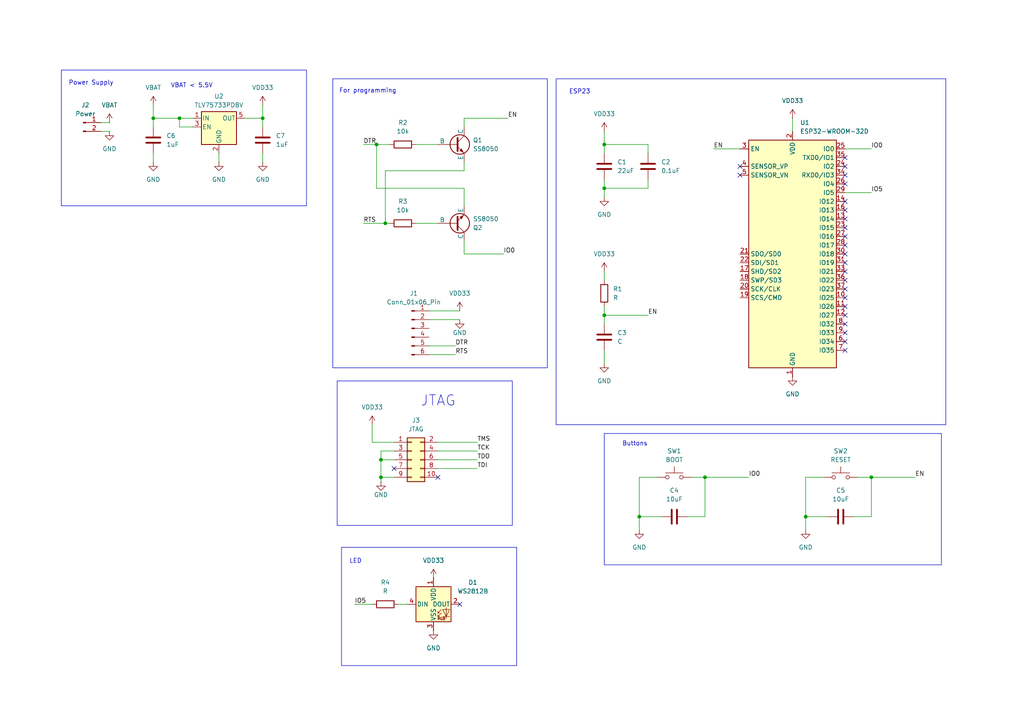
<source format=kicad_sch>
(kicad_sch (version 20231120) (generator "eeschema") (generator_version "8.0")
  (paper "A4")
  (lib_symbols
    (symbol "Connector:Conn_01x02_Pin" (pin_names (offset 1.016) hide)
      (property "Reference" "J" (at 0 2.54 0))
      (property "Value" "Conn_01x02_Pin" (at 0 -5.08 0))
      (symbol "Conn_01x02_Pin_1_1"
        (polyline (pts (xy 1.27 -2.54) (xy 0.8636 -2.54)) (stroke (width 0.1524)))
        (polyline (pts (xy 1.27 0) (xy 0.8636 0)) (stroke (width 0.1524)))
        (rectangle (start 0.8636 -2.413) (end 0 -2.667) (stroke (width 0.1524)) (fill (type outline)))
        (rectangle (start 0.8636 0.127) (end 0 -0.127) (stroke (width 0.1524)) (fill (type outline)))
        (pin passive line (at 5.08 0 180) (length 3.81) (name "Pin_1") (number "1"))
        (pin passive line (at 5.08 -2.54 180) (length 3.81) (name "Pin_2") (number "2"))
      )
    )
    (symbol "Connector:Conn_01x06_Pin" (pin_names (offset 1.016) hide)
      (property "Reference" "J" (at 0 7.62 0))
      (property "Value" "Conn_01x06_Pin" (at 0 -10.16 0))
      (symbol "Conn_01x06_Pin_1_1"
        (polyline (pts (xy 1.27 -7.62) (xy 0.8636 -7.62)) (stroke (width 0.1524)))
        (polyline (pts (xy 1.27 -5.08) (xy 0.8636 -5.08)) (stroke (width 0.1524)))
        (polyline (pts (xy 1.27 -2.54) (xy 0.8636 -2.54)) (stroke (width 0.1524)))
        (polyline (pts (xy 1.27 0) (xy 0.8636 0)) (stroke (width 0.1524)))
        (polyline (pts (xy 1.27 2.54) (xy 0.8636 2.54)) (stroke (width 0.1524)))
        (polyline (pts (xy 1.27 5.08) (xy 0.8636 5.08)) (stroke (width 0.1524)))
        (rectangle (start 0.8636 -7.493) (end 0 -7.747) (stroke (width 0.1524)) (fill (type outline)))
        (rectangle (start 0.8636 -4.953) (end 0 -5.207) (stroke (width 0.1524)) (fill (type outline)))
        (rectangle (start 0.8636 -2.413) (end 0 -2.667) (stroke (width 0.1524)) (fill (type outline)))
        (rectangle (start 0.8636 0.127) (end 0 -0.127) (stroke (width 0.1524)) (fill (type outline)))
        (rectangle (start 0.8636 2.667) (end 0 2.413) (stroke (width 0.1524)) (fill (type outline)))
        (rectangle (start 0.8636 5.207) (end 0 4.953) (stroke (width 0.1524)) (fill (type outline)))
        (pin passive line (at 5.08 5.08 180) (length 3.81) (name "Pin_1") (number "1"))
        (pin passive line (at 5.08 2.54 180) (length 3.81) (name "Pin_2") (number "2"))
        (pin passive line (at 5.08 0 180) (length 3.81) (name "Pin_3") (number "3"))
        (pin passive line (at 5.08 -2.54 180) (length 3.81) (name "Pin_4") (number "4"))
        (pin passive line (at 5.08 -5.08 180) (length 3.81) (name "Pin_5") (number "5"))
        (pin passive line (at 5.08 -7.62 180) (length 3.81) (name "Pin_6") (number "6"))
      )
    )
    (symbol "Connector_Generic:Conn_02x05_Odd_Even" (pin_names (offset 1.016) hide)
      (property "Reference" "J" (at 1.27 7.62 0))
      (property "Value" "Conn_02x05_Odd_Even" (at 1.27 -7.62 0))
      (symbol "Conn_02x05_Odd_Even_1_1"
        (rectangle (start -1.27 -4.953) (end 0 -5.207) (stroke (width 0.1524)))
        (rectangle (start -1.27 -2.413) (end 0 -2.667) (stroke (width 0.1524)))
        (rectangle (start -1.27 0.127) (end 0 -0.127) (stroke (width 0.1524)))
        (rectangle (start -1.27 2.667) (end 0 2.413) (stroke (width 0.1524)))
        (rectangle (start -1.27 5.207) (end 0 4.953) (stroke (width 0.1524)))
        (rectangle (start -1.27 6.35) (end 3.81 -6.35) (stroke (width 0.254)) (fill (type background)))
        (rectangle (start 3.81 -4.953) (end 2.54 -5.207) (stroke (width 0.1524)))
        (rectangle (start 3.81 -2.413) (end 2.54 -2.667) (stroke (width 0.1524)))
        (rectangle (start 3.81 0.127) (end 2.54 -0.127) (stroke (width 0.1524)))
        (rectangle (start 3.81 2.667) (end 2.54 2.413) (stroke (width 0.1524)))
        (rectangle (start 3.81 5.207) (end 2.54 4.953) (stroke (width 0.1524)))
        (pin passive line (at -5.08 5.08 0) (length 3.81) (name "Pin_1") (number "1"))
        (pin passive line (at 7.62 -5.08 180) (length 3.81) (name "Pin_10") (number "10"))
        (pin passive line (at 7.62 5.08 180) (length 3.81) (name "Pin_2") (number "2"))
        (pin passive line (at -5.08 2.54 0) (length 3.81) (name "Pin_3") (number "3"))
        (pin passive line (at 7.62 2.54 180) (length 3.81) (name "Pin_4") (number "4"))
        (pin passive line (at -5.08 0 0) (length 3.81) (name "Pin_5") (number "5"))
        (pin passive line (at 7.62 0 180) (length 3.81) (name "Pin_6") (number "6"))
        (pin passive line (at -5.08 -2.54 0) (length 3.81) (name "Pin_7") (number "7"))
        (pin passive line (at 7.62 -2.54 180) (length 3.81) (name "Pin_8") (number "8"))
        (pin passive line (at -5.08 -5.08 0) (length 3.81) (name "Pin_9") (number "9"))
      )
    )
    (symbol "Device:C" (pin_numbers hide) (pin_names (offset 0.254))
      (property "Reference" "C" (at 0.635 2.54 0))
      (property "Value" "C" (at 0.635 -2.54 0))
      (symbol "C_0_1"
        (polyline (pts (xy -2.032 -0.762) (xy 2.032 -0.762)) (stroke (width 0.508)))
        (polyline (pts (xy -2.032 0.762) (xy 2.032 0.762)) (stroke (width 0.508)))
      )
      (symbol "C_1_1"
        (pin passive line (at 0 3.81 270) (length 2.794) (name "~") (number "1"))
        (pin passive line (at 0 -3.81 90) (length 2.794) (name "~") (number "2"))
      )
    )
    (symbol "Device:R" (pin_numbers hide) (pin_names (offset 0))
      (property "Reference" "R" (at 2.032 0 90))
      (property "Value" "R" (at 0 0 90))
      (symbol "R_0_1"
        (rectangle (start -1.016 -2.54) (end 1.016 2.54) (stroke (width 0.254)))
      )
      (symbol "R_1_1"
        (pin passive line (at 0 3.81 270) (length 1.27) (name "~") (number "1"))
        (pin passive line (at 0 -3.81 90) (length 1.27) (name "~") (number "2"))
      )
    )
    (symbol "LED:WS2812B" (pin_names (offset 0.254))
      (property "Reference" "D" (at 5.08 5.715 0))
      (property "Value" "WS2812B" (at 1.27 -5.715 0))
      (symbol "WS2812B_0_0"
        (text "RGB" (at 2.286 -4.191 0) (effects (font (size 0.762 0.762))))
      )
      (symbol "WS2812B_0_1"
        (polyline (pts (xy 1.27 -3.556) (xy 1.778 -3.556)))
        (polyline (pts (xy 1.27 -2.54) (xy 1.778 -2.54)))
        (polyline (pts (xy 4.699 -3.556) (xy 2.667 -3.556)))
        (polyline (pts (xy 2.286 -2.54) (xy 1.27 -3.556) (xy 1.27 -3.048)))
        (polyline (pts (xy 2.286 -1.524) (xy 1.27 -2.54) (xy 1.27 -2.032)))
        (polyline (pts (xy 3.683 -1.016) (xy 3.683 -3.556) (xy 3.683 -4.064)))
        (polyline (pts (xy 4.699 -1.524) (xy 2.667 -1.524) (xy 3.683 -3.556) (xy 4.699 -1.524)))
        (rectangle (start 5.08 5.08) (end -5.08 -5.08) (stroke (width 0.254)) (fill (type background)))
      )
      (symbol "WS2812B_1_1"
        (pin power_in line (at 0 7.62 270) (length 2.54) (name "VDD") (number "1"))
        (pin output line (at 7.62 0 180) (length 2.54) (name "DOUT") (number "2"))
        (pin power_in line (at 0 -7.62 90) (length 2.54) (name "VSS") (number "3"))
        (pin input line (at -7.62 0 0) (length 2.54) (name "DIN") (number "4"))
      )
    )
    (symbol "RF_Module:ESP32-WROOM-32D"
      (property "Reference" "U" (at -12.7 34.29 0))
      (property "Value" "ESP32-WROOM-32D" (at 1.27 34.29 0))
      (symbol "ESP32-WROOM-32D_0_1"
        (rectangle (start -12.7 33.02) (end 12.7 -33.02) (stroke (width 0.254)) (fill (type background)))
      )
      (symbol "ESP32-WROOM-32D_1_1"
        (pin power_in line (at 0 -35.56 90) (length 2.54) (name "GND") (number "1"))
        (pin bidirectional line (at 15.24 -12.7 180) (length 2.54) (name "IO25") (number "10"))
        (pin bidirectional line (at 15.24 -15.24 180) (length 2.54) (name "IO26") (number "11"))
        (pin bidirectional line (at 15.24 -17.78 180) (length 2.54) (name "IO27") (number "12"))
        (pin bidirectional line (at 15.24 10.16 180) (length 2.54) (name "IO14") (number "13"))
        (pin bidirectional line (at 15.24 15.24 180) (length 2.54) (name "IO12") (number "14"))
        (pin passive line (at 0 -35.56 90) (length 2.54) hide (name "GND") (number "15"))
        (pin bidirectional line (at 15.24 12.7 180) (length 2.54) (name "IO13") (number "16"))
        (pin bidirectional line (at -15.24 -5.08 0) (length 2.54) (name "SHD/SD2") (number "17"))
        (pin bidirectional line (at -15.24 -7.62 0) (length 2.54) (name "SWP/SD3") (number "18"))
        (pin bidirectional line (at -15.24 -12.7 0) (length 2.54) (name "SCS/CMD") (number "19"))
        (pin power_in line (at 0 35.56 270) (length 2.54) (name "VDD") (number "2"))
        (pin bidirectional line (at -15.24 -10.16 0) (length 2.54) (name "SCK/CLK") (number "20"))
        (pin bidirectional line (at -15.24 0 0) (length 2.54) (name "SDO/SD0") (number "21"))
        (pin bidirectional line (at -15.24 -2.54 0) (length 2.54) (name "SDI/SD1") (number "22"))
        (pin bidirectional line (at 15.24 7.62 180) (length 2.54) (name "IO15") (number "23"))
        (pin bidirectional line (at 15.24 25.4 180) (length 2.54) (name "IO2") (number "24"))
        (pin bidirectional line (at 15.24 30.48 180) (length 2.54) (name "IO0") (number "25"))
        (pin bidirectional line (at 15.24 20.32 180) (length 2.54) (name "IO4") (number "26"))
        (pin bidirectional line (at 15.24 5.08 180) (length 2.54) (name "IO16") (number "27"))
        (pin bidirectional line (at 15.24 2.54 180) (length 2.54) (name "IO17") (number "28"))
        (pin bidirectional line (at 15.24 17.78 180) (length 2.54) (name "IO5") (number "29"))
        (pin input line (at -15.24 30.48 0) (length 2.54) (name "EN") (number "3"))
        (pin bidirectional line (at 15.24 0 180) (length 2.54) (name "IO18") (number "30"))
        (pin bidirectional line (at 15.24 -2.54 180) (length 2.54) (name "IO19") (number "31"))
        (pin no_connect line (at -12.7 -27.94 0) (length 2.54) hide (name "NC") (number "32"))
        (pin bidirectional line (at 15.24 -5.08 180) (length 2.54) (name "IO21") (number "33"))
        (pin bidirectional line (at 15.24 22.86 180) (length 2.54) (name "RXD0/IO3") (number "34"))
        (pin bidirectional line (at 15.24 27.94 180) (length 2.54) (name "TXD0/IO1") (number "35"))
        (pin bidirectional line (at 15.24 -7.62 180) (length 2.54) (name "IO22") (number "36"))
        (pin bidirectional line (at 15.24 -10.16 180) (length 2.54) (name "IO23") (number "37"))
        (pin passive line (at 0 -35.56 90) (length 2.54) hide (name "GND") (number "38"))
        (pin passive line (at 0 -35.56 90) (length 2.54) hide (name "GND") (number "39"))
        (pin input line (at -15.24 25.4 0) (length 2.54) (name "SENSOR_VP") (number "4"))
        (pin input line (at -15.24 22.86 0) (length 2.54) (name "SENSOR_VN") (number "5"))
        (pin input line (at 15.24 -25.4 180) (length 2.54) (name "IO34") (number "6"))
        (pin input line (at 15.24 -27.94 180) (length 2.54) (name "IO35") (number "7"))
        (pin bidirectional line (at 15.24 -20.32 180) (length 2.54) (name "IO32") (number "8"))
        (pin bidirectional line (at 15.24 -22.86 180) (length 2.54) (name "IO33") (number "9"))
      )
    )
    (symbol "Regulator_Linear:TLV75733PDBV" (pin_names (offset 0.254))
      (property "Reference" "U" (at -3.81 5.715 0))
      (property "Value" "TLV75733PDBV" (at 0 5.715 0))
      (symbol "TLV75733PDBV_0_1"
        (rectangle (start -5.08 4.445) (end 5.08 -5.08) (stroke (width 0.254)) (fill (type background)))
      )
      (symbol "TLV75733PDBV_1_1"
        (pin power_in line (at -7.62 2.54 0) (length 2.54) (name "IN") (number "1"))
        (pin power_in line (at 0 -7.62 90) (length 2.54) (name "GND") (number "2"))
        (pin input line (at -7.62 0 0) (length 2.54) (name "EN") (number "3"))
        (pin no_connect line (at 5.08 0 180) (length 2.54) hide (name "NC") (number "4"))
        (pin power_out line (at 7.62 2.54 180) (length 2.54) (name "OUT") (number "5"))
      )
    )
    (symbol "Simulation_SPICE:NPN" (pin_numbers hide) (pin_names (offset 0))
      (property "Reference" "Q" (at -2.54 7.62 0))
      (property "Value" "NPN" (at -2.54 5.08 0))
      (symbol "NPN_0_1"
        (polyline (pts (xy -2.54 0) (xy 0.635 0)) (stroke (width 0.1524)))
        (polyline (pts (xy 0.635 0.635) (xy 2.54 2.54)))
        (polyline (pts (xy 2.794 -1.27) (xy 2.794 -1.27)) (stroke (width 0.1524)))
        (polyline (pts (xy 2.794 -1.27) (xy 2.794 -1.27)) (stroke (width 0.1524)))
        (polyline (pts (xy 0.635 -0.635) (xy 2.54 -2.54) (xy 2.54 -2.54)))
        (polyline (pts (xy 0.635 1.905) (xy 0.635 -1.905) (xy 0.635 -1.905)) (stroke (width 0.508)))
        (polyline (pts (xy 1.27 -1.778) (xy 1.778 -1.27) (xy 2.286 -2.286) (xy 1.27 -1.778) (xy 1.27 -1.778)) (fill (type outline)))
        (circle (center 1.27 0) (radius 2.8194) (stroke (width 0.254)))
      )
      (symbol "NPN_1_1"
        (pin open_collector line (at 2.54 5.08 270) (length 2.54) (name "C") (number "1"))
        (pin input line (at -5.08 0 0) (length 2.54) (name "B") (number "2"))
        (pin open_emitter line (at 2.54 -5.08 90) (length 2.54) (name "E") (number "3"))
      )
    )
    (symbol "Switch:SW_Push" (pin_numbers hide) (pin_names (offset 1.016) hide)
      (property "Reference" "SW" (at 1.27 2.54 0))
      (property "Value" "SW_Push" (at 0 -1.524 0))
      (symbol "SW_Push_0_1"
        (circle (center -2.032 0) (radius 0.508))
        (polyline (pts (xy 0 1.27) (xy 0 3.048)))
        (polyline (pts (xy 2.54 1.27) (xy -2.54 1.27)))
        (circle (center 2.032 0) (radius 0.508))
        (pin passive line (at -5.08 0 0) (length 2.54) (name "1") (number "1"))
        (pin passive line (at 5.08 0 180) (length 2.54) (name "2") (number "2"))
      )
    )
    (symbol "power:+3V3" (power) (pin_names (offset 0))
      (property "Value" "+3V3" (at 0 3.556 0))
      (symbol "+3V3_0_1"
        (polyline (pts (xy -0.762 1.27) (xy 0 2.54)))
        (polyline (pts (xy 0 0) (xy 0 2.54)))
        (polyline (pts (xy 0 2.54) (xy 0.762 1.27)))
      )
      (symbol "+3V3_1_1"
        (pin power_in line (at 0 0 90) (length 0) hide (name "+3V3") (number "1"))
      )
    )
    (symbol "power:GND" (power) (pin_numbers hide) (pin_names (offset 0) hide)
      (property "Value" "GND" (at 0 -3.81 0))
      (symbol "GND_0_1"
        (polyline (pts (xy 0 0) (xy 0 -1.27) (xy 1.27 -1.27) (xy 0 -2.54) (xy -1.27 -1.27) (xy 0 -1.27)))
      )
      (symbol "GND_1_1"
        (pin power_in line (at 0 0 270) (length 0) (name "~") (number "1"))
      )
    )
    (symbol "power:VCC" (power) (pin_numbers hide) (pin_names (offset 0) hide)
      (property "Value" "VCC" (at 0 3.556 0))
      (symbol "VCC_0_1"
        (polyline (pts (xy -0.762 1.27) (xy 0 2.54)))
        (polyline (pts (xy 0 0) (xy 0 2.54)))
        (polyline (pts (xy 0 2.54) (xy 0.762 1.27)))
      )
      (symbol "VCC_1_1"
        (pin power_in line (at 0 0 90) (length 0) (name "~") (number "1"))
      )
    )
  )
  (junction (at 110.49 133.35))
  (junction (at 109.22 41.91))
  (junction (at 76.2 34.29))
  (junction (at 185.42 149.86))
  (junction (at 233.68 149.86))
  (junction (at 175.26 54.61))
  (junction (at 204.47 138.43))
  (junction (at 111.76 64.77))
  (junction (at 175.26 91.44))
  (junction (at 52.07 34.29))
  (junction (at 175.26 41.91))
  (junction (at 252.73 138.43))
  (junction (at 44.45 34.29))
  (junction (at 110.49 138.43))
  (no_connect (at 245.11 91.44))
  (no_connect (at 245.11 73.66))
  (no_connect (at 245.11 58.42))
  (no_connect (at 127 138.43))
  (no_connect (at 114.3 135.89))
  (no_connect (at 245.11 93.98))
  (no_connect (at 245.11 86.36))
  (no_connect (at 133.35 175.26))
  (no_connect (at 245.11 50.8))
  (no_connect (at 245.11 53.34))
  (no_connect (at 245.11 45.72))
  (no_connect (at 245.11 63.5))
  (no_connect (at 245.11 88.9))
  (no_connect (at 245.11 96.52))
  (no_connect (at 214.63 48.26))
  (no_connect (at 245.11 101.6))
  (no_connect (at 245.11 83.82))
  (no_connect (at 245.11 68.58))
  (no_connect (at 245.11 99.06))
  (no_connect (at 245.11 78.74))
  (no_connect (at 214.63 50.8))
  (no_connect (at 245.11 48.26))
  (no_connect (at 245.11 81.28))
  (no_connect (at 245.11 66.04))
  (no_connect (at 245.11 71.12))
  (no_connect (at 245.11 60.96))
  (no_connect (at 245.11 76.2))
  (wire (pts (xy 52.07 36.83) (xy 52.07 34.29)))
  (wire (pts (xy 109.22 54.61) (xy 134.62 54.61)))
  (wire (pts (xy 187.96 54.61) (xy 175.26 54.61)))
  (wire (pts (xy 247.65 149.86) (xy 252.73 149.86)))
  (wire (pts (xy 245.11 55.88) (xy 252.73 55.88)))
  (wire (pts (xy 175.26 88.9) (xy 175.26 91.44)))
  (wire (pts (xy 134.62 73.66) (xy 146.05 73.66)))
  (wire (pts (xy 134.62 49.53) (xy 134.62 46.99)))
  (wire (pts (xy 133.35 90.17) (xy 124.46 90.17)))
  (wire (pts (xy 204.47 138.43) (xy 217.17 138.43)))
  (wire (pts (xy 109.22 41.91) (xy 109.22 54.61)))
  (wire (pts (xy 115.57 175.26) (xy 118.11 175.26)))
  (wire (pts (xy 120.65 41.91) (xy 127 41.91)))
  (wire (pts (xy 110.49 130.81) (xy 110.49 133.35)))
  (wire (pts (xy 252.73 149.86) (xy 252.73 138.43)))
  (wire (pts (xy 185.42 138.43) (xy 190.5 138.43)))
  (wire (pts (xy 134.62 34.29) (xy 147.32 34.29)))
  (wire (pts (xy 233.68 138.43) (xy 238.76 138.43)))
  (wire (pts (xy 187.96 41.91) (xy 187.96 44.45)))
  (wire (pts (xy 175.26 91.44) (xy 175.26 93.98)))
  (wire (pts (xy 132.08 102.87) (xy 124.46 102.87)))
  (wire (pts (xy 31.75 38.1) (xy 29.21 38.1)))
  (wire (pts (xy 109.22 41.91) (xy 113.03 41.91)))
  (wire (pts (xy 199.39 149.86) (xy 204.47 149.86)))
  (wire (pts (xy 248.92 138.43) (xy 252.73 138.43)))
  (wire (pts (xy 110.49 133.35) (xy 114.3 133.35)))
  (wire (pts (xy 105.41 64.77) (xy 111.76 64.77)))
  (wire (pts (xy 175.26 52.07) (xy 175.26 54.61)))
  (wire (pts (xy 252.73 138.43) (xy 265.43 138.43)))
  (wire (pts (xy 175.26 38.1) (xy 175.26 41.91)))
  (wire (pts (xy 52.07 34.29) (xy 55.88 34.29)))
  (wire (pts (xy 245.11 43.18) (xy 252.73 43.18)))
  (wire (pts (xy 127 133.35) (xy 138.43 133.35)))
  (wire (pts (xy 120.65 64.77) (xy 127 64.77)))
  (wire (pts (xy 111.76 49.53) (xy 111.76 64.77)))
  (wire (pts (xy 114.3 138.43) (xy 110.49 138.43)))
  (wire (pts (xy 175.26 54.61) (xy 175.26 57.15)))
  (wire (pts (xy 175.26 78.74) (xy 175.26 81.28)))
  (wire (pts (xy 76.2 30.48) (xy 76.2 34.29)))
  (wire (pts (xy 175.26 41.91) (xy 175.26 44.45)))
  (wire (pts (xy 233.68 149.86) (xy 233.68 138.43)))
  (wire (pts (xy 55.88 36.83) (xy 52.07 36.83)))
  (wire (pts (xy 76.2 34.29) (xy 76.2 36.83)))
  (wire (pts (xy 175.26 41.91) (xy 187.96 41.91)))
  (wire (pts (xy 110.49 138.43) (xy 110.49 139.7)))
  (wire (pts (xy 111.76 64.77) (xy 113.03 64.77)))
  (wire (pts (xy 105.41 41.91) (xy 109.22 41.91)))
  (wire (pts (xy 134.62 69.85) (xy 134.62 73.66)))
  (wire (pts (xy 233.68 153.67) (xy 233.68 149.86)))
  (wire (pts (xy 185.42 149.86) (xy 191.77 149.86)))
  (wire (pts (xy 107.95 123.19) (xy 107.95 128.27)))
  (wire (pts (xy 52.07 34.29) (xy 44.45 34.29)))
  (wire (pts (xy 110.49 133.35) (xy 110.49 138.43)))
  (wire (pts (xy 187.96 52.07) (xy 187.96 54.61)))
  (wire (pts (xy 102.87 175.26) (xy 107.95 175.26)))
  (wire (pts (xy 185.42 149.86) (xy 185.42 138.43)))
  (wire (pts (xy 134.62 54.61) (xy 134.62 59.69)))
  (wire (pts (xy 133.35 92.71) (xy 124.46 92.71)))
  (wire (pts (xy 134.62 36.83) (xy 134.62 34.29)))
  (wire (pts (xy 229.87 34.29) (xy 229.87 38.1)))
  (wire (pts (xy 175.26 105.41) (xy 175.26 101.6)))
  (wire (pts (xy 233.68 149.86) (xy 240.03 149.86)))
  (wire (pts (xy 44.45 46.99) (xy 44.45 44.45)))
  (wire (pts (xy 71.12 34.29) (xy 76.2 34.29)))
  (wire (pts (xy 63.5 44.45) (xy 63.5 46.99)))
  (wire (pts (xy 132.08 100.33) (xy 124.46 100.33)))
  (wire (pts (xy 107.95 128.27) (xy 114.3 128.27)))
  (wire (pts (xy 204.47 149.86) (xy 204.47 138.43)))
  (wire (pts (xy 134.62 49.53) (xy 111.76 49.53)))
  (wire (pts (xy 127 130.81) (xy 138.43 130.81)))
  (wire (pts (xy 44.45 34.29) (xy 44.45 36.83)))
  (wire (pts (xy 127 128.27) (xy 138.43 128.27)))
  (wire (pts (xy 207.01 43.18) (xy 214.63 43.18)))
  (wire (pts (xy 175.26 91.44) (xy 187.96 91.44)))
  (wire (pts (xy 44.45 34.29) (xy 44.45 30.48)))
  (wire (pts (xy 76.2 46.99) (xy 76.2 44.45)))
  (wire (pts (xy 114.3 130.81) (xy 110.49 130.81)))
  (wire (pts (xy 185.42 153.67) (xy 185.42 149.86)))
  (wire (pts (xy 127 135.89) (xy 138.43 135.89)))
  (wire (pts (xy 29.21 35.56) (xy 31.75 35.56)))
  (wire (pts (xy 200.66 138.43) (xy 204.47 138.43)))
  (rectangle (start 99.06 158.75) (end 149.86 193.04))
  (rectangle (start 161.29 22.86) (end 274.32 123.19))
  (rectangle (start 175.26 125.73) (end 273.05 163.83))
  (rectangle (start 17.78 20.32) (end 88.9 59.69))
  (rectangle (start 96.52 22.86) (end 158.75 106.68))
  (rectangle (start 97.79 110.49) (end 148.59 152.4))
  (text "For programming" (at 106.68 26.416 0) (effects (font (size 1.27 1.27))))
  (text "Buttons" (at 184.15 128.778 0) (effects (font (size 1.27 1.27))))
  (text "ESP23" (at 168.148 26.67 0) (effects (font (size 1.27 1.27))))
  (text "LED" (at 103.124 162.814 0) (effects (font (size 1.27 1.27))))
  (text "JTAG" (at 121.92 118.11 0) (effects (font (size 3 3)) (justify left bottom)))
  (text "VBAT < 5.5V" (at 55.626 24.892 0) (effects (font (size 1.27 1.27))))
  (text "Power Supply" (at 26.416 24.13 0) (effects (font (size 1.27 1.27))))
  (label "IO0" (at 252.73 43.18 0))
  (label "TDO" (at 138.43 133.35 0) (effects (font (size 1.2446 1.2446))))
  (label "EN" (at 147.32 34.29 0))
  (label "TCK" (at 138.43 130.81 0) (effects (font (size 1.2446 1.2446))))
  (label "RTS" (at 105.41 64.77 0))
  (label "RTS" (at 132.08 102.87 0))
  (label "EN" (at 207.01 43.18 0))
  (label "DTR" (at 105.41 41.91 0))
  (label "IO0" (at 146.05 73.66 0))
  (label "IO0" (at 217.17 138.43 0))
  (label "EN" (at 265.43 138.43 0))
  (label "TDI" (at 138.43 135.89 0) (effects (font (size 1.2446 1.2446))))
  (label "IO5" (at 102.87 175.26 0))
  (label "IO5" (at 252.73 55.88 0))
  (label "TMS" (at 138.43 128.27 0) (effects (font (size 1.2446 1.2446))))
  (label "EN" (at 187.96 91.44 0))
  (label "DTR" (at 132.08 100.33 0))
  (symbol (lib_id "Device:R") (at 116.84 64.77 90) (unit 1)
    (property "Reference" "R3" (at 116.84 58.42 90))
    (property "Value" "10k" (at 116.84 60.96 90))
    (property "Footprint" "Resistor_SMD:R_0603_1608Metric" (effects (hide yes)))
    (property "Description" "Resistor" (effects (hide yes)))
  )
  (symbol (lib_id "Regulator_Linear:TLV75733PDBV") (at 63.5 36.83 0) (unit 1)
    (property "Reference" "U2" (at 63.5 27.94 0))
    (property "Value" "TLV75733PDBV" (at 63.5 30.48 0))
    (property "Footprint" "Package_TO_SOT_SMD:SOT-23-5" (effects (hide yes)))
    (property "Datasheet" "https://www.ti.com/lit/ds/symlink/tlv757p.pdf" (effects (hide yes)))
    (property "Description" "1A Low IQ Small Size Low Dropout Voltage Regulator, Fixed Output 3.3V, SOT-23-5" (effects (hide yes)))
  )
  (symbol (lib_id "power:VCC") (at 125.73 167.64 0) (unit 1)
    (property "Reference" "#PWR09" (effects (hide yes)))
    (property "Value" "VDD33" (at 125.73 162.56 0))
    (property "Description" "Power symbol creates a global label with name \"VCC\"" (effects (hide yes)))
  )
  (symbol (lib_id "Device:C") (at 175.26 48.26 0) (unit 1)
    (property "Reference" "C1" (at 179.07 46.9899 0) (effects (justify left)))
    (property "Value" "22uF" (at 179.07 49.5299 0) (effects (justify left)))
    (property "Footprint" "Capacitor_SMD:C_0603_1608Metric" (effects (hide yes)))
    (property "Description" "Unpolarized capacitor" (effects (hide yes)))
  )
  (symbol (lib_id "power:GND") (at 76.2 46.99 0) (unit 1)
    (property "Reference" "#PWR015" (effects (hide yes)))
    (property "Value" "GND" (at 76.2 52.07 0))
    (property "Description" "Power symbol creates a global label with name \"GND\" , ground" (effects (hide yes)))
  )
  (symbol (lib_id "power:GND") (at 185.42 153.67 0) (unit 1)
    (property "Reference" "#PWR01" (effects (hide yes)))
    (property "Value" "GND" (at 185.42 158.75 0))
    (property "Description" "Power symbol creates a global label with name \"GND\" , ground" (effects (hide yes)))
  )
  (symbol (lib_id "Device:C") (at 195.58 149.86 90) (unit 1)
    (property "Reference" "C4" (at 195.58 142.24 90))
    (property "Value" "10uF" (at 195.58 144.78 90))
    (property "Footprint" "Capacitor_SMD:C_0603_1608Metric" (effects (hide yes)))
    (property "Description" "Unpolarized capacitor" (effects (hide yes)))
  )
  (symbol (lib_id "power:GND") (at 63.5 46.99 0) (unit 1)
    (property "Reference" "#PWR011" (effects (hide yes)))
    (property "Value" "GND" (at 63.5 52.07 0))
    (property "Description" "Power symbol creates a global label with name \"GND\" , ground" (effects (hide yes)))
  )
  (symbol (lib_id "RF_Module:ESP32-WROOM-32D") (at 229.87 73.66 0) (unit 1)
    (property "Reference" "U1" (at 232.0641 35.56 0) (effects (justify left)))
    (property "Value" "ESP32-WROOM-32D" (at 232.0641 38.1 0) (effects (justify left)))
    (property "Footprint" "RF_Module:ESP32-WROOM-32D" (effects (hide yes)))
    (property "Datasheet" "https://www.espressif.com/sites/default/files/documentation/esp32-wroom-32d_esp32-wroom-32u_datasheet_en.pdf" (effects (hide yes)))
    (property "Description" "RF Module, ESP32-D0WD SoC, Wi-Fi 802.11b/g/n, Bluetooth, BLE, 32-bit, 2.7-3.6V, onboard antenna, SMD" (effects (hide yes)))
  )
  (symbol (lib_id "Simulation_SPICE:NPN") (at 132.08 64.77 0) (mirror x) (unit 1)
    (property "Reference" "Q2" (at 137.16 66.0401 0) (effects (justify left)))
    (property "Value" "SS8050" (at 137.16 63.5001 0) (effects (justify left)))
    (property "Footprint" "Package_TO_SOT_SMD:SOT-23-3" (effects (hide yes)))
    (property "Datasheet" "https://ngspice.sourceforge.io/docs/ngspice-html-manual/manual.xhtml#cha_BJTs" (effects (hide yes)))
    (property "Description" "Bipolar transistor symbol for simulation only, substrate tied to the emitter" (effects (hide yes)))
    (property "Sim.Device" "NPN" (effects (hide yes)))
    (property "Sim.Type" "GUMMELPOON" (effects (hide yes)))
    (property "Sim.Pins" "1=C 2=B 3=E" (effects (hide yes)))
  )
  (symbol (lib_id "Connector_Generic:Conn_02x05_Odd_Even") (at 119.38 133.35 0) (unit 1)
    (property "Reference" "J3" (at 120.65 121.92 0))
    (property "Value" "JTAG" (at 120.65 124.46 0))
    (property "Footprint" "Connector_PinHeader_2.54mm:PinHeader_2x05_P2.54mm_Vertical" (effects (hide yes)))
  )
  (symbol (lib_id "power:GND") (at 125.73 182.88 0) (unit 1)
    (property "Reference" "#PWR010" (effects (hide yes)))
    (property "Value" "GND" (at 125.73 187.96 0))
    (property "Description" "Power symbol creates a global label with name \"GND\" , ground" (effects (hide yes)))
  )
  (symbol (lib_id "power:GND") (at 31.75 38.1 0) (unit 1)
    (property "Reference" "#PWR021" (effects (hide yes)))
    (property "Value" "GND" (at 31.75 43.18 0))
    (property "Description" "Power symbol creates a global label with name \"GND\" , ground" (effects (hide yes)))
  )
  (symbol (lib_id "Device:C") (at 175.26 97.79 0) (unit 1)
    (property "Reference" "C3" (at 179.07 96.5199 0) (effects (justify left)))
    (property "Value" "C" (at 179.07 99.0599 0) (effects (justify left)))
    (property "Footprint" "Resistor_SMD:R_0603_1608Metric" (effects (hide yes)))
    (property "Description" "Unpolarized capacitor" (effects (hide yes)))
  )
  (symbol (lib_id "power:+3V3") (at 133.35 90.17 0) (unit 1)
    (property "Reference" "#PWR018" (effects (hide yes)))
    (property "Value" "VDD33" (at 133.35 85.09 0))
  )
  (symbol (lib_id "power:VCC") (at 31.75 35.56 0) (unit 1)
    (property "Reference" "#PWR020" (effects (hide yes)))
    (property "Value" "VBAT" (at 31.75 30.48 0))
    (property "Description" "Power symbol creates a global label with name \"VCC\"" (effects (hide yes)))
  )
  (symbol (lib_id "power:VCC") (at 229.87 34.29 0) (unit 1)
    (property "Reference" "#PWR06" (effects (hide yes)))
    (property "Value" "VDD33" (at 229.87 29.21 0))
    (property "Description" "Power symbol creates a global label with name \"VCC\"" (effects (hide yes)))
  )
  (symbol (lib_id "power:GND") (at 44.45 46.99 0) (unit 1)
    (property "Reference" "#PWR014" (effects (hide yes)))
    (property "Value" "GND" (at 44.45 52.07 0))
    (property "Description" "Power symbol creates a global label with name \"GND\" , ground" (effects (hide yes)))
  )
  (symbol (lib_id "LED:WS2812B") (at 125.73 175.26 0) (unit 1)
    (property "Reference" "D1" (at 137.16 168.9414 0))
    (property "Value" "WS2812B" (at 137.16 171.4814 0))
    (property "Footprint" "LED_SMD:LED_WS2812B_PLCC4_5.0x5.0mm_P3.2mm" (effects (hide yes)))
    (property "Datasheet" "https://cdn-shop.adafruit.com/datasheets/WS2812B.pdf" (effects (hide yes)))
    (property "Description" "RGB LED with integrated controller" (effects (hide yes)))
  )
  (symbol (lib_id "power:GND") (at 110.49 139.7 0) (unit 1)
    (property "Reference" "#PWR017" (effects (hide yes)))
    (property "Value" "GND" (at 110.49 143.51 0))
  )
  (symbol (lib_id "power:GND") (at 233.68 153.67 0) (unit 1)
    (property "Reference" "#PWR08" (effects (hide yes)))
    (property "Value" "GND" (at 233.68 158.75 0))
    (property "Description" "Power symbol creates a global label with name \"GND\" , ground" (effects (hide yes)))
  )
  (symbol (lib_id "Connector:Conn_01x02_Pin") (at 24.13 35.56 0) (unit 1)
    (property "Reference" "J2" (at 24.765 30.48 0))
    (property "Value" "Power" (at 24.765 33.02 0))
    (property "Footprint" "Connector_PinHeader_2.54mm:PinHeader_1x02_P2.54mm_Vertical" (effects (hide yes)))
    (property "Description" "Generic connector, single row, 01x02, script generated" (effects (hide yes)))
  )
  (symbol (lib_id "power:GND") (at 133.35 92.71 0) (unit 1)
    (property "Reference" "#PWR019" (effects (hide yes)))
    (property "Value" "GND" (at 133.35 96.52 0))
  )
  (symbol (lib_id "Device:R") (at 116.84 41.91 90) (unit 1)
    (property "Reference" "R2" (at 116.84 35.56 90))
    (property "Value" "10k" (at 116.84 38.1 90))
    (property "Footprint" "Resistor_SMD:R_0603_1608Metric" (effects (hide yes)))
    (property "Description" "Resistor" (effects (hide yes)))
  )
  (symbol (lib_id "power:+3V3") (at 107.95 123.19 0) (unit 1)
    (property "Reference" "#PWR016" (effects (hide yes)))
    (property "Value" "VDD33" (at 107.95 118.11 0))
  )
  (symbol (lib_id "power:GND") (at 175.26 105.41 0) (unit 1)
    (property "Reference" "#PWR02" (effects (hide yes)))
    (property "Value" "GND" (at 175.26 110.49 0))
    (property "Description" "Power symbol creates a global label with name \"GND\" , ground" (effects (hide yes)))
  )
  (symbol (lib_id "Device:C") (at 187.96 48.26 0) (unit 1)
    (property "Reference" "C2" (at 191.77 46.9899 0) (effects (justify left)))
    (property "Value" "0.1uF" (at 191.77 49.5299 0) (effects (justify left)))
    (property "Footprint" "Capacitor_SMD:C_0603_1608Metric" (effects (hide yes)))
    (property "Description" "Unpolarized capacitor" (effects (hide yes)))
  )
  (symbol (lib_id "Device:C") (at 243.84 149.86 90) (unit 1)
    (property "Reference" "C5" (at 243.84 142.24 90))
    (property "Value" "10uF" (at 243.84 144.78 90))
    (property "Footprint" "Capacitor_SMD:C_0603_1608Metric" (effects (hide yes)))
    (property "Description" "Unpolarized capacitor" (effects (hide yes)))
  )
  (symbol (lib_id "power:GND") (at 175.26 57.15 0) (unit 1)
    (property "Reference" "#PWR05" (effects (hide yes)))
    (property "Value" "GND" (at 175.26 62.23 0))
    (property "Description" "Power symbol creates a global label with name \"GND\" , ground" (effects (hide yes)))
  )
  (symbol (lib_id "Simulation_SPICE:NPN") (at 132.08 41.91 0) (unit 1)
    (property "Reference" "Q1" (at 137.16 40.6399 0) (effects (justify left)))
    (property "Value" "SS8050" (at 137.16 43.1799 0) (effects (justify left)))
    (property "Footprint" "Package_TO_SOT_SMD:SOT-23-3" (effects (hide yes)))
    (property "Datasheet" "https://ngspice.sourceforge.io/docs/ngspice-html-manual/manual.xhtml#cha_BJTs" (effects (hide yes)))
    (property "Description" "Bipolar transistor symbol for simulation only, substrate tied to the emitter" (effects (hide yes)))
    (property "Sim.Device" "NPN" (effects (hide yes)))
    (property "Sim.Type" "GUMMELPOON" (effects (hide yes)))
    (property "Sim.Pins" "1=C 2=B 3=E" (effects (hide yes)))
  )
  (symbol (lib_id "power:GND") (at 229.87 109.22 0) (unit 1)
    (property "Reference" "#PWR07" (effects (hide yes)))
    (property "Value" "GND" (at 229.87 114.3 0))
    (property "Description" "Power symbol creates a global label with name \"GND\" , ground" (effects (hide yes)))
  )
  (symbol (lib_id "Switch:SW_Push") (at 195.58 138.43 0) (unit 1)
    (property "Reference" "SW1" (at 195.58 130.81 0))
    (property "Value" "BOOT" (at 195.58 133.35 0))
    (property "Footprint" "Button_Switch_SMD:SW_Tactile_SPST_NO_Straight_CK_PTS636Sx25SMTRLFS" (effects (hide yes)))
    (property "Description" "Push button switch, generic, two pins" (effects (hide yes)))
  )
  (symbol (lib_id "Switch:SW_Push") (at 243.84 138.43 0) (unit 1)
    (property "Reference" "SW2" (at 243.84 130.81 0))
    (property "Value" "RESET" (at 243.84 133.35 0))
    (property "Footprint" "Button_Switch_SMD:SW_Tactile_SPST_NO_Straight_CK_PTS636Sx25SMTRLFS" (effects (hide yes)))
    (property "Description" "Push button switch, generic, two pins" (effects (hide yes)))
  )
  (symbol (lib_id "Device:C") (at 76.2 40.64 0) (unit 1)
    (property "Reference" "C7" (at 80.01 39.3699 0) (effects (justify left)))
    (property "Value" "1uF" (at 80.01 41.9099 0) (effects (justify left)))
    (property "Footprint" "Capacitor_SMD:C_0603_1608Metric" (effects (hide yes)))
    (property "Description" "Unpolarized capacitor" (effects (hide yes)))
  )
  (symbol (lib_id "Connector:Conn_01x06_Pin") (at 119.38 95.25 0) (unit 1)
    (property "Reference" "J1" (at 120.015 85.09 0))
    (property "Value" "Conn_01x06_Pin" (at 120.015 87.63 0))
    (property "Footprint" "Connector_PinHeader_2.54mm:PinHeader_1x06_P2.54mm_Vertical" (effects (hide yes)))
    (property "Description" "Generic connector, single row, 01x06, script generated" (effects (hide yes)))
  )
  (symbol (lib_id "power:VCC") (at 175.26 78.74 0) (unit 1)
    (property "Reference" "#PWR03" (effects (hide yes)))
    (property "Value" "VDD33" (at 175.26 73.66 0))
    (property "Description" "Power symbol creates a global label with name \"VCC\"" (effects (hide yes)))
  )
  (symbol (lib_id "Device:C") (at 44.45 40.64 0) (unit 1)
    (property "Reference" "C6" (at 48.26 39.3699 0) (effects (justify left)))
    (property "Value" "1uF" (at 48.26 41.9099 0) (effects (justify left)))
    (property "Footprint" "Capacitor_SMD:C_0603_1608Metric" (effects (hide yes)))
    (property "Description" "Unpolarized capacitor" (effects (hide yes)))
  )
  (symbol (lib_id "Device:R") (at 175.26 85.09 0) (unit 1)
    (property "Reference" "R1" (at 177.8 83.8199 0) (effects (justify left)))
    (property "Value" "R" (at 177.8 86.3599 0) (effects (justify left)))
    (property "Footprint" "Resistor_SMD:R_0603_1608Metric" (effects (hide yes)))
    (property "Description" "Resistor" (effects (hide yes)))
  )
  (symbol (lib_id "power:VCC") (at 175.26 38.1 0) (unit 1)
    (property "Reference" "#PWR04" (effects (hide yes)))
    (property "Value" "VDD33" (at 175.26 33.02 0))
    (property "Description" "Power symbol creates a global label with name \"VCC\"" (effects (hide yes)))
  )
  (symbol (lib_id "power:VCC") (at 76.2 30.48 0) (unit 1)
    (property "Reference" "#PWR012" (effects (hide yes)))
    (property "Value" "VDD33" (at 76.2 25.4 0))
    (property "Description" "Power symbol creates a global label with name \"VCC\"" (effects (hide yes)))
  )
  (symbol (lib_id "power:VCC") (at 44.45 30.48 0) (unit 1)
    (property "Reference" "#PWR013" (effects (hide yes)))
    (property "Value" "VBAT" (at 44.45 25.4 0))
    (property "Description" "Power symbol creates a global label with name \"VCC\"" (effects (hide yes)))
  )
  (symbol (lib_id "Device:R") (at 111.76 175.26 90) (unit 1)
    (property "Reference" "R4" (at 111.76 168.91 90))
    (property "Value" "R" (at 111.76 171.45 90))
    (property "Footprint" "Resistor_SMD:R_0603_1608Metric" (effects (hide yes)))
    (property "Description" "Resistor" (effects (hide yes)))
  )
)
</source>
